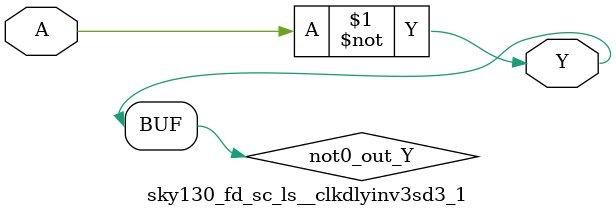
<source format=v>
/*
 * Copyright 2020 The SkyWater PDK Authors
 *
 * Licensed under the Apache License, Version 2.0 (the "License");
 * you may not use this file except in compliance with the License.
 * You may obtain a copy of the License at
 *
 *     https://www.apache.org/licenses/LICENSE-2.0
 *
 * Unless required by applicable law or agreed to in writing, software
 * distributed under the License is distributed on an "AS IS" BASIS,
 * WITHOUT WARRANTIES OR CONDITIONS OF ANY KIND, either express or implied.
 * See the License for the specific language governing permissions and
 * limitations under the License.
 *
 * SPDX-License-Identifier: Apache-2.0
*/


`ifndef SKY130_FD_SC_LS__CLKDLYINV3SD3_1_FUNCTIONAL_V
`define SKY130_FD_SC_LS__CLKDLYINV3SD3_1_FUNCTIONAL_V

/**
 * clkdlyinv3sd3: Clock Delay Inverter 3-stage 0.50um length inner
 *                stage gate.
 *
 * Verilog simulation functional model.
 */

`timescale 1ns / 1ps
`default_nettype none

`celldefine
module sky130_fd_sc_ls__clkdlyinv3sd3_1 (
    Y,
    A
);

    // Module ports
    output Y;
    input  A;

    // Local signals
    wire not0_out_Y;

    //  Name  Output      Other arguments
    not not0 (not0_out_Y, A              );
    buf buf0 (Y         , not0_out_Y     );

endmodule
`endcelldefine

`default_nettype wire
`endif  // SKY130_FD_SC_LS__CLKDLYINV3SD3_1_FUNCTIONAL_V

</source>
